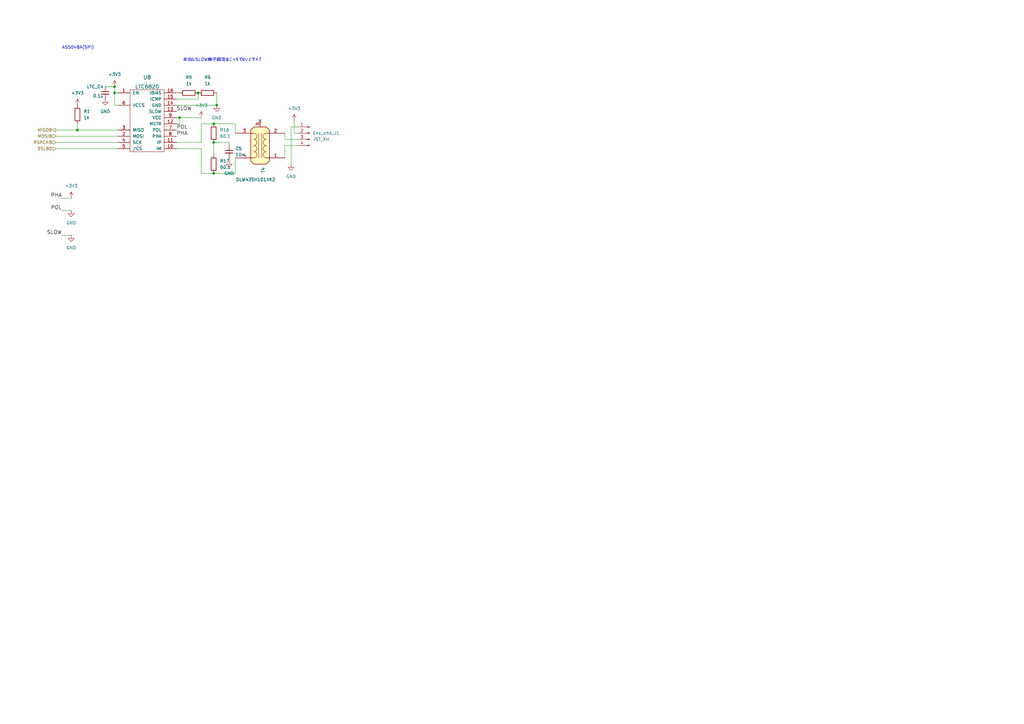
<source format=kicad_sch>
(kicad_sch (version 20211123) (generator eeschema)

  (uuid 17f75ea9-40e4-4cb0-9d85-b41cc429235a)

  (paper "A3")

  (title_block
    (title "TCB(TKG Control Board)")
    (date "2024-01-29")
    (rev "4.1")
    (company "TKG")
    (comment 1 "v2.0 単相エンコーダを削除、2相エンコーダIFを2個追加")
    (comment 2 "v4.0 2023用改訂")
  )

  (lib_symbols
    (symbol "Connector:Conn_01x04_Male" (pin_names (offset 1.016) hide) (in_bom yes) (on_board yes)
      (property "Reference" "J" (id 0) (at 0 5.08 0)
        (effects (font (size 1.27 1.27)))
      )
      (property "Value" "Conn_01x04_Male" (id 1) (at 0 -7.62 0)
        (effects (font (size 1.27 1.27)))
      )
      (property "Footprint" "" (id 2) (at 0 0 0)
        (effects (font (size 1.27 1.27)) hide)
      )
      (property "Datasheet" "~" (id 3) (at 0 0 0)
        (effects (font (size 1.27 1.27)) hide)
      )
      (property "ki_keywords" "connector" (id 4) (at 0 0 0)
        (effects (font (size 1.27 1.27)) hide)
      )
      (property "ki_description" "Generic connector, single row, 01x04, script generated (kicad-library-utils/schlib/autogen/connector/)" (id 5) (at 0 0 0)
        (effects (font (size 1.27 1.27)) hide)
      )
      (property "ki_fp_filters" "Connector*:*_1x??_*" (id 6) (at 0 0 0)
        (effects (font (size 1.27 1.27)) hide)
      )
      (symbol "Conn_01x04_Male_1_1"
        (polyline
          (pts
            (xy 1.27 -5.08)
            (xy 0.8636 -5.08)
          )
          (stroke (width 0.1524) (type default) (color 0 0 0 0))
          (fill (type none))
        )
        (polyline
          (pts
            (xy 1.27 -2.54)
            (xy 0.8636 -2.54)
          )
          (stroke (width 0.1524) (type default) (color 0 0 0 0))
          (fill (type none))
        )
        (polyline
          (pts
            (xy 1.27 0)
            (xy 0.8636 0)
          )
          (stroke (width 0.1524) (type default) (color 0 0 0 0))
          (fill (type none))
        )
        (polyline
          (pts
            (xy 1.27 2.54)
            (xy 0.8636 2.54)
          )
          (stroke (width 0.1524) (type default) (color 0 0 0 0))
          (fill (type none))
        )
        (rectangle (start 0.8636 -4.953) (end 0 -5.207)
          (stroke (width 0.1524) (type default) (color 0 0 0 0))
          (fill (type outline))
        )
        (rectangle (start 0.8636 -2.413) (end 0 -2.667)
          (stroke (width 0.1524) (type default) (color 0 0 0 0))
          (fill (type outline))
        )
        (rectangle (start 0.8636 0.127) (end 0 -0.127)
          (stroke (width 0.1524) (type default) (color 0 0 0 0))
          (fill (type outline))
        )
        (rectangle (start 0.8636 2.667) (end 0 2.413)
          (stroke (width 0.1524) (type default) (color 0 0 0 0))
          (fill (type outline))
        )
        (pin passive line (at 5.08 2.54 180) (length 3.81)
          (name "Pin_1" (effects (font (size 1.27 1.27))))
          (number "1" (effects (font (size 1.27 1.27))))
        )
        (pin passive line (at 5.08 0 180) (length 3.81)
          (name "Pin_2" (effects (font (size 1.27 1.27))))
          (number "2" (effects (font (size 1.27 1.27))))
        )
        (pin passive line (at 5.08 -2.54 180) (length 3.81)
          (name "Pin_3" (effects (font (size 1.27 1.27))))
          (number "3" (effects (font (size 1.27 1.27))))
        )
        (pin passive line (at 5.08 -5.08 180) (length 3.81)
          (name "Pin_4" (effects (font (size 1.27 1.27))))
          (number "4" (effects (font (size 1.27 1.27))))
        )
      )
    )
    (symbol "Device:C_Small" (pin_numbers hide) (pin_names (offset 0.254) hide) (in_bom yes) (on_board yes)
      (property "Reference" "C" (id 0) (at 0.254 1.778 0)
        (effects (font (size 1.27 1.27)) (justify left))
      )
      (property "Value" "C_Small" (id 1) (at 0.254 -2.032 0)
        (effects (font (size 1.27 1.27)) (justify left))
      )
      (property "Footprint" "" (id 2) (at 0 0 0)
        (effects (font (size 1.27 1.27)) hide)
      )
      (property "Datasheet" "~" (id 3) (at 0 0 0)
        (effects (font (size 1.27 1.27)) hide)
      )
      (property "ki_keywords" "capacitor cap" (id 4) (at 0 0 0)
        (effects (font (size 1.27 1.27)) hide)
      )
      (property "ki_description" "Unpolarized capacitor, small symbol" (id 5) (at 0 0 0)
        (effects (font (size 1.27 1.27)) hide)
      )
      (property "ki_fp_filters" "C_*" (id 6) (at 0 0 0)
        (effects (font (size 1.27 1.27)) hide)
      )
      (symbol "C_Small_0_1"
        (polyline
          (pts
            (xy -1.524 -0.508)
            (xy 1.524 -0.508)
          )
          (stroke (width 0.3302) (type default) (color 0 0 0 0))
          (fill (type none))
        )
        (polyline
          (pts
            (xy -1.524 0.508)
            (xy 1.524 0.508)
          )
          (stroke (width 0.3048) (type default) (color 0 0 0 0))
          (fill (type none))
        )
      )
      (symbol "C_Small_1_1"
        (pin passive line (at 0 2.54 270) (length 2.032)
          (name "~" (effects (font (size 1.27 1.27))))
          (number "1" (effects (font (size 1.27 1.27))))
        )
        (pin passive line (at 0 -2.54 90) (length 2.032)
          (name "~" (effects (font (size 1.27 1.27))))
          (number "2" (effects (font (size 1.27 1.27))))
        )
      )
    )
    (symbol "Device:R" (pin_numbers hide) (pin_names (offset 0)) (in_bom yes) (on_board yes)
      (property "Reference" "R" (id 0) (at 2.032 0 90)
        (effects (font (size 1.27 1.27)))
      )
      (property "Value" "R" (id 1) (at 0 0 90)
        (effects (font (size 1.27 1.27)))
      )
      (property "Footprint" "" (id 2) (at -1.778 0 90)
        (effects (font (size 1.27 1.27)) hide)
      )
      (property "Datasheet" "~" (id 3) (at 0 0 0)
        (effects (font (size 1.27 1.27)) hide)
      )
      (property "ki_keywords" "R res resistor" (id 4) (at 0 0 0)
        (effects (font (size 1.27 1.27)) hide)
      )
      (property "ki_description" "Resistor" (id 5) (at 0 0 0)
        (effects (font (size 1.27 1.27)) hide)
      )
      (property "ki_fp_filters" "R_*" (id 6) (at 0 0 0)
        (effects (font (size 1.27 1.27)) hide)
      )
      (symbol "R_0_1"
        (rectangle (start -1.016 -2.54) (end 1.016 2.54)
          (stroke (width 0.254) (type default) (color 0 0 0 0))
          (fill (type none))
        )
      )
      (symbol "R_1_1"
        (pin passive line (at 0 3.81 270) (length 1.27)
          (name "~" (effects (font (size 1.27 1.27))))
          (number "1" (effects (font (size 1.27 1.27))))
        )
        (pin passive line (at 0 -3.81 90) (length 1.27)
          (name "~" (effects (font (size 1.27 1.27))))
          (number "2" (effects (font (size 1.27 1.27))))
        )
      )
    )
    (symbol "Device:Transformer_Audio" (pin_names (offset 1.016) hide) (in_bom yes) (on_board yes)
      (property "Reference" "T" (id 0) (at 0 11.684 0)
        (effects (font (size 1.27 1.27)))
      )
      (property "Value" "Transformer_Audio" (id 1) (at 0.254 9.398 0)
        (effects (font (size 1.27 1.27)))
      )
      (property "Footprint" "" (id 2) (at 0 0 0)
        (effects (font (size 1.27 1.27)) hide)
      )
      (property "Datasheet" "~" (id 3) (at 0 0 0)
        (effects (font (size 1.27 1.27)) hide)
      )
      (property "ki_keywords" "transformer coil magnet sound" (id 4) (at 0 0 0)
        (effects (font (size 1.27 1.27)) hide)
      )
      (property "ki_description" "Audio transformer" (id 5) (at 0 0 0)
        (effects (font (size 1.27 1.27)) hide)
      )
      (symbol "Transformer_Audio_0_1"
        (arc (start -2.54 -5.0546) (mid -1.6599 -4.6901) (end -1.27 -3.81)
          (stroke (width 0) (type default) (color 0 0 0 0))
          (fill (type none))
        )
        (arc (start -2.54 -2.5146) (mid -1.6599 -2.1501) (end -1.27 -1.27)
          (stroke (width 0) (type default) (color 0 0 0 0))
          (fill (type none))
        )
        (arc (start -2.54 0.0254) (mid -1.6599 0.3899) (end -1.27 1.27)
          (stroke (width 0) (type default) (color 0 0 0 0))
          (fill (type none))
        )
        (arc (start -2.54 2.5654) (mid -1.6599 2.9299) (end -1.27 3.81)
          (stroke (width 0) (type default) (color 0 0 0 0))
          (fill (type none))
        )
        (arc (start -1.27 -3.81) (mid -1.642 -2.912) (end -2.54 -2.54)
          (stroke (width 0) (type default) (color 0 0 0 0))
          (fill (type none))
        )
        (arc (start -1.27 -1.27) (mid -1.642 -0.372) (end -2.54 0)
          (stroke (width 0) (type default) (color 0 0 0 0))
          (fill (type none))
        )
        (arc (start -1.27 1.27) (mid -1.642 2.168) (end -2.54 2.54)
          (stroke (width 0) (type default) (color 0 0 0 0))
          (fill (type none))
        )
        (arc (start -1.27 3.81) (mid -1.642 4.708) (end -2.54 5.08)
          (stroke (width 0) (type default) (color 0 0 0 0))
          (fill (type none))
        )
        (polyline
          (pts
            (xy -0.635 5.08)
            (xy -0.635 -5.08)
          )
          (stroke (width 0) (type default) (color 0 0 0 0))
          (fill (type none))
        )
        (polyline
          (pts
            (xy 0.635 -5.08)
            (xy 0.635 5.08)
          )
          (stroke (width 0) (type default) (color 0 0 0 0))
          (fill (type none))
        )
        (polyline
          (pts
            (xy -3.81 6.35)
            (xy -2.54 7.62)
            (xy 2.54 7.62)
            (xy 3.81 6.35)
            (xy 3.81 -6.35)
            (xy 2.54 -7.62)
            (xy -2.54 -7.62)
            (xy -3.81 -6.35)
            (xy -3.81 6.35)
          )
          (stroke (width 0.254) (type default) (color 0 0 0 0))
          (fill (type background))
        )
        (arc (start 1.2954 -1.27) (mid 1.6599 -2.1501) (end 2.54 -2.5146)
          (stroke (width 0) (type default) (color 0 0 0 0))
          (fill (type none))
        )
        (arc (start 1.2954 1.27) (mid 1.6599 0.3899) (end 2.54 0.0254)
          (stroke (width 0) (type default) (color 0 0 0 0))
          (fill (type none))
        )
        (arc (start 1.2954 3.81) (mid 1.6599 2.9299) (end 2.54 2.5654)
          (stroke (width 0) (type default) (color 0 0 0 0))
          (fill (type none))
        )
        (arc (start 1.3208 -3.81) (mid 1.6853 -4.6901) (end 2.5654 -5.0546)
          (stroke (width 0) (type default) (color 0 0 0 0))
          (fill (type none))
        )
        (arc (start 2.54 0) (mid 1.642 -0.372) (end 1.2954 -1.27)
          (stroke (width 0) (type default) (color 0 0 0 0))
          (fill (type none))
        )
        (arc (start 2.54 2.54) (mid 1.642 2.168) (end 1.2954 1.27)
          (stroke (width 0) (type default) (color 0 0 0 0))
          (fill (type none))
        )
        (arc (start 2.54 5.08) (mid 1.642 4.708) (end 1.2954 3.81)
          (stroke (width 0) (type default) (color 0 0 0 0))
          (fill (type none))
        )
        (arc (start 2.5654 -2.54) (mid 1.6674 -2.912) (end 1.3208 -3.81)
          (stroke (width 0) (type default) (color 0 0 0 0))
          (fill (type none))
        )
      )
      (symbol "Transformer_Audio_1_1"
        (pin input line (at 0 -10.16 90) (length 2.54)
          (name "~" (effects (font (size 1.27 1.27))))
          (number "0" (effects (font (size 1.27 1.27))))
        )
        (pin passive line (at -10.16 5.08 0) (length 7.62)
          (name "AA" (effects (font (size 1.27 1.27))))
          (number "1" (effects (font (size 1.27 1.27))))
        )
        (pin passive line (at -10.16 -5.08 0) (length 7.62)
          (name "AB" (effects (font (size 1.27 1.27))))
          (number "2" (effects (font (size 1.27 1.27))))
        )
        (pin passive line (at 10.16 -5.08 180) (length 7.62)
          (name "SA" (effects (font (size 1.27 1.27))))
          (number "3" (effects (font (size 1.27 1.27))))
        )
        (pin passive line (at 10.16 5.08 180) (length 7.62)
          (name "SB" (effects (font (size 1.27 1.27))))
          (number "4" (effects (font (size 1.27 1.27))))
        )
      )
    )
    (symbol "power:+3V3" (power) (pin_names (offset 0)) (in_bom yes) (on_board yes)
      (property "Reference" "#PWR" (id 0) (at 0 -3.81 0)
        (effects (font (size 1.27 1.27)) hide)
      )
      (property "Value" "+3V3" (id 1) (at 0 3.556 0)
        (effects (font (size 1.27 1.27)))
      )
      (property "Footprint" "" (id 2) (at 0 0 0)
        (effects (font (size 1.27 1.27)) hide)
      )
      (property "Datasheet" "" (id 3) (at 0 0 0)
        (effects (font (size 1.27 1.27)) hide)
      )
      (property "ki_keywords" "power-flag" (id 4) (at 0 0 0)
        (effects (font (size 1.27 1.27)) hide)
      )
      (property "ki_description" "Power symbol creates a global label with name \"+3V3\"" (id 5) (at 0 0 0)
        (effects (font (size 1.27 1.27)) hide)
      )
      (symbol "+3V3_0_1"
        (polyline
          (pts
            (xy -0.762 1.27)
            (xy 0 2.54)
          )
          (stroke (width 0) (type default) (color 0 0 0 0))
          (fill (type none))
        )
        (polyline
          (pts
            (xy 0 0)
            (xy 0 2.54)
          )
          (stroke (width 0) (type default) (color 0 0 0 0))
          (fill (type none))
        )
        (polyline
          (pts
            (xy 0 2.54)
            (xy 0.762 1.27)
          )
          (stroke (width 0) (type default) (color 0 0 0 0))
          (fill (type none))
        )
      )
      (symbol "+3V3_1_1"
        (pin power_in line (at 0 0 90) (length 0) hide
          (name "+3V3" (effects (font (size 1.27 1.27))))
          (number "1" (effects (font (size 1.27 1.27))))
        )
      )
    )
    (symbol "power:GND" (power) (pin_names (offset 0)) (in_bom yes) (on_board yes)
      (property "Reference" "#PWR" (id 0) (at 0 -6.35 0)
        (effects (font (size 1.27 1.27)) hide)
      )
      (property "Value" "GND" (id 1) (at 0 -3.81 0)
        (effects (font (size 1.27 1.27)))
      )
      (property "Footprint" "" (id 2) (at 0 0 0)
        (effects (font (size 1.27 1.27)) hide)
      )
      (property "Datasheet" "" (id 3) (at 0 0 0)
        (effects (font (size 1.27 1.27)) hide)
      )
      (property "ki_keywords" "power-flag" (id 4) (at 0 0 0)
        (effects (font (size 1.27 1.27)) hide)
      )
      (property "ki_description" "Power symbol creates a global label with name \"GND\" , ground" (id 5) (at 0 0 0)
        (effects (font (size 1.27 1.27)) hide)
      )
      (symbol "GND_0_1"
        (polyline
          (pts
            (xy 0 0)
            (xy 0 -1.27)
            (xy 1.27 -1.27)
            (xy 0 -2.54)
            (xy -1.27 -1.27)
            (xy 0 -1.27)
          )
          (stroke (width 0) (type default) (color 0 0 0 0))
          (fill (type none))
        )
      )
      (symbol "GND_1_1"
        (pin power_in line (at 0 0 270) (length 0) hide
          (name "GND" (effects (font (size 1.27 1.27))))
          (number "1" (effects (font (size 1.27 1.27))))
        )
      )
    )
    (symbol "x_mylib:LTC6820" (pin_names (offset 1.016)) (in_bom yes) (on_board yes)
      (property "Reference" "U" (id 0) (at 5.08 -13.97 0)
        (effects (font (size 1.524 1.524)))
      )
      (property "Value" "LTC6820" (id 1) (at -1.27 16.51 0)
        (effects (font (size 1.524 1.524)))
      )
      (property "Footprint" "" (id 2) (at 0 0 0)
        (effects (font (size 1.524 1.524)) hide)
      )
      (property "Datasheet" "" (id 3) (at 0 0 0)
        (effects (font (size 1.524 1.524)) hide)
      )
      (symbol "LTC6820_0_1"
        (rectangle (start -7.62 13.97) (end 6.35 -11.43)
          (stroke (width 0) (type default) (color 0 0 0 0))
          (fill (type none))
        )
      )
      (symbol "LTC6820_1_1"
        (pin passive line (at -12.7 12.7 0) (length 5.08)
          (name "EN" (effects (font (size 1.27 1.27))))
          (number "1" (effects (font (size 1.27 1.27))))
        )
        (pin passive line (at 11.43 -10.16 180) (length 5.08)
          (name "IM" (effects (font (size 1.27 1.27))))
          (number "10" (effects (font (size 1.27 1.27))))
        )
        (pin passive line (at 11.43 -7.62 180) (length 5.08)
          (name "IP" (effects (font (size 1.27 1.27))))
          (number "11" (effects (font (size 1.27 1.27))))
        )
        (pin passive line (at 11.43 0 180) (length 5.08)
          (name "MSTR" (effects (font (size 1.27 1.27))))
          (number "12" (effects (font (size 1.27 1.27))))
        )
        (pin passive line (at 11.43 5.08 180) (length 5.08)
          (name "SLOW" (effects (font (size 1.27 1.27))))
          (number "13" (effects (font (size 1.27 1.27))))
        )
        (pin passive line (at 11.43 7.62 180) (length 5.08)
          (name "GND" (effects (font (size 1.27 1.27))))
          (number "14" (effects (font (size 1.27 1.27))))
        )
        (pin passive line (at 11.43 10.16 180) (length 5.08)
          (name "ICMP" (effects (font (size 1.27 1.27))))
          (number "15" (effects (font (size 1.27 1.27))))
        )
        (pin passive line (at 11.43 12.7 180) (length 5.08)
          (name "IBIAS" (effects (font (size 1.27 1.27))))
          (number "16" (effects (font (size 1.27 1.27))))
        )
        (pin passive line (at -12.7 -5.08 0) (length 5.08)
          (name "MOSI" (effects (font (size 1.27 1.27))))
          (number "2" (effects (font (size 1.27 1.27))))
        )
        (pin passive line (at -12.7 -2.54 0) (length 5.08)
          (name "MISO" (effects (font (size 1.27 1.27))))
          (number "3" (effects (font (size 1.27 1.27))))
        )
        (pin passive line (at -12.7 -7.62 0) (length 5.08)
          (name "SCK" (effects (font (size 1.27 1.27))))
          (number "4" (effects (font (size 1.27 1.27))))
        )
        (pin passive line (at -12.7 -10.16 0) (length 5.08)
          (name "/CS" (effects (font (size 1.27 1.27))))
          (number "5" (effects (font (size 1.27 1.27))))
        )
        (pin passive line (at -12.7 7.62 0) (length 5.08)
          (name "VCCS" (effects (font (size 1.27 1.27))))
          (number "6" (effects (font (size 1.27 1.27))))
        )
        (pin passive line (at 11.43 -2.54 180) (length 5.08)
          (name "POL" (effects (font (size 1.27 1.27))))
          (number "7" (effects (font (size 1.27 1.27))))
        )
        (pin passive line (at 11.43 -5.08 180) (length 5.08)
          (name "PHA" (effects (font (size 1.27 1.27))))
          (number "8" (effects (font (size 1.27 1.27))))
        )
        (pin passive line (at 11.43 2.54 180) (length 5.08)
          (name "VCC" (effects (font (size 1.27 1.27))))
          (number "9" (effects (font (size 1.27 1.27))))
        )
      )
    )
  )

  (junction (at 87.63 50.8) (diameter 0) (color 0 0 0 0)
    (uuid 14ae50f0-ac02-44b1-b91f-f3ce5fc0607c)
  )
  (junction (at 31.75 53.34) (diameter 0) (color 0 0 0 0)
    (uuid 3e1fe4c0-8ba6-4b22-9346-778703c0a6a8)
  )
  (junction (at 88.9 43.18) (diameter 0) (color 0 0 0 0)
    (uuid 4fa4741c-6761-4f61-97e9-f4d3959d7a81)
  )
  (junction (at 87.63 58.42) (diameter 0) (color 0 0 0 0)
    (uuid 6a213461-ad28-4a35-a392-8855979ceb5a)
  )
  (junction (at 81.28 38.1) (diameter 0) (color 0 0 0 0)
    (uuid 82f81440-aa29-42ad-bec4-bdeccfaf9ac1)
  )
  (junction (at 87.63 71.12) (diameter 0) (color 0 0 0 0)
    (uuid 95f77e08-cfe4-47dd-8f64-124ec9ab67ee)
  )
  (junction (at 46.99 35.56) (diameter 0) (color 0 0 0 0)
    (uuid d4d1a7eb-4177-429d-a128-23391a6dd274)
  )
  (junction (at 46.99 38.1) (diameter 0) (color 0 0 0 0)
    (uuid d9a2ccf3-192f-41d3-ac0b-cab024835b9b)
  )
  (junction (at 73.66 48.26) (diameter 0) (color 0 0 0 0)
    (uuid f6e299ca-ca6e-4544-8bfd-eee04f7407bf)
  )

  (no_connect (at 106.68 49.53) (uuid e22bd34d-e49f-4d87-9314-e8c7f88472eb))

  (wire (pts (xy 116.84 64.77) (xy 116.84 59.69))
    (stroke (width 0) (type default) (color 0 0 0 0))
    (uuid 01d87997-386a-45c2-a610-977ceff02031)
  )
  (wire (pts (xy 22.86 55.88) (xy 48.26 55.88))
    (stroke (width 0) (type default) (color 0 0 0 0))
    (uuid 05845e6a-8f6c-477d-9218-cc27f847ccd4)
  )
  (wire (pts (xy 72.39 40.64) (xy 81.28 40.64))
    (stroke (width 0) (type default) (color 0 0 0 0))
    (uuid 0e767aa9-f703-471d-9083-1c6006e5cabd)
  )
  (wire (pts (xy 22.86 53.34) (xy 31.75 53.34))
    (stroke (width 0) (type default) (color 0 0 0 0))
    (uuid 1445b59f-7a37-44de-94a6-85b034d645a8)
  )
  (wire (pts (xy 82.55 58.42) (xy 82.55 50.8))
    (stroke (width 0) (type default) (color 0 0 0 0))
    (uuid 176e468c-4cda-418c-bd93-54cc1b663eae)
  )
  (wire (pts (xy 46.99 43.18) (xy 48.26 43.18))
    (stroke (width 0) (type default) (color 0 0 0 0))
    (uuid 267fbda5-87de-44ea-98c8-45f932c3c257)
  )
  (wire (pts (xy 22.86 58.42) (xy 48.26 58.42))
    (stroke (width 0) (type default) (color 0 0 0 0))
    (uuid 286575f2-f686-4b26-829d-56affa326ade)
  )
  (wire (pts (xy 119.38 67.31) (xy 119.38 52.07))
    (stroke (width 0) (type default) (color 0 0 0 0))
    (uuid 3358b0c8-e711-484d-b519-694dcb4e73ac)
  )
  (wire (pts (xy 25.4 81.28) (xy 29.21 81.28))
    (stroke (width 0) (type default) (color 0 0 0 0))
    (uuid 3524bf23-6e5c-4159-a39e-2bc4d4dc1bcd)
  )
  (wire (pts (xy 73.66 48.26) (xy 82.55 48.26))
    (stroke (width 0) (type default) (color 0 0 0 0))
    (uuid 37592355-d93e-4447-a1a7-e4f04ad849ae)
  )
  (wire (pts (xy 46.99 35.56) (xy 46.99 38.1))
    (stroke (width 0) (type default) (color 0 0 0 0))
    (uuid 3c60af33-e1ff-40fe-bb01-4011551008f8)
  )
  (wire (pts (xy 87.63 71.12) (xy 96.52 71.12))
    (stroke (width 0) (type default) (color 0 0 0 0))
    (uuid 3d53871b-0127-456d-8031-b385a7a7df13)
  )
  (wire (pts (xy 25.4 96.52) (xy 29.21 96.52))
    (stroke (width 0) (type default) (color 0 0 0 0))
    (uuid 4b81b32c-03ba-4ba8-a0bc-29efd1ae6df1)
  )
  (wire (pts (xy 96.52 64.77) (xy 96.52 71.12))
    (stroke (width 0) (type default) (color 0 0 0 0))
    (uuid 4e01c1e4-1c88-42b6-9112-74611461e35b)
  )
  (wire (pts (xy 82.55 71.12) (xy 87.63 71.12))
    (stroke (width 0) (type default) (color 0 0 0 0))
    (uuid 56588c91-e3ca-4ae8-b9a3-701131d977da)
  )
  (wire (pts (xy 72.39 48.26) (xy 73.66 48.26))
    (stroke (width 0) (type default) (color 0 0 0 0))
    (uuid 614d54c0-5c87-4d64-93f8-4ca40244b687)
  )
  (wire (pts (xy 31.75 50.8) (xy 31.75 53.34))
    (stroke (width 0) (type default) (color 0 0 0 0))
    (uuid 6950f25f-6be8-4a8e-9d7a-90c87a4e9ff6)
  )
  (wire (pts (xy 120.65 54.61) (xy 121.92 54.61))
    (stroke (width 0) (type default) (color 0 0 0 0))
    (uuid 74838567-6559-43a8-bf3e-cda8adedb7ca)
  )
  (wire (pts (xy 120.65 49.53) (xy 120.65 54.61))
    (stroke (width 0) (type default) (color 0 0 0 0))
    (uuid 7c329e02-e112-4ad9-bd39-5496ad1a8308)
  )
  (wire (pts (xy 116.84 57.15) (xy 116.84 54.61))
    (stroke (width 0) (type default) (color 0 0 0 0))
    (uuid 7cc86945-8403-4a50-bacf-f23c0e596442)
  )
  (wire (pts (xy 93.98 64.77) (xy 93.98 66.04))
    (stroke (width 0) (type default) (color 0 0 0 0))
    (uuid 7f291c95-ba3c-4760-bbf5-66aad54630c1)
  )
  (wire (pts (xy 72.39 43.18) (xy 88.9 43.18))
    (stroke (width 0) (type default) (color 0 0 0 0))
    (uuid 8292f6ad-bc28-4bee-969d-f82c8ece81b4)
  )
  (wire (pts (xy 31.75 53.34) (xy 48.26 53.34))
    (stroke (width 0) (type default) (color 0 0 0 0))
    (uuid 86ef616c-d6d2-4f1f-bd69-35237fa4da0a)
  )
  (wire (pts (xy 46.99 38.1) (xy 46.99 43.18))
    (stroke (width 0) (type default) (color 0 0 0 0))
    (uuid 89fb6404-0b82-4081-97f0-9eea7c00d9c2)
  )
  (wire (pts (xy 87.63 58.42) (xy 87.63 63.5))
    (stroke (width 0) (type default) (color 0 0 0 0))
    (uuid 8eef163c-de08-4bf8-b571-e602077a7249)
  )
  (wire (pts (xy 22.86 60.96) (xy 48.26 60.96))
    (stroke (width 0) (type default) (color 0 0 0 0))
    (uuid 90227ee4-1b3d-406b-a99f-ddb90d9c6bee)
  )
  (wire (pts (xy 116.84 59.69) (xy 121.92 59.69))
    (stroke (width 0) (type default) (color 0 0 0 0))
    (uuid 9c04189e-88e4-450d-ad6e-e780f61565c2)
  )
  (wire (pts (xy 87.63 50.8) (xy 96.52 50.8))
    (stroke (width 0) (type default) (color 0 0 0 0))
    (uuid 9daddeaa-fa0e-4f01-af66-cb261a2d8626)
  )
  (wire (pts (xy 72.39 60.96) (xy 82.55 60.96))
    (stroke (width 0) (type default) (color 0 0 0 0))
    (uuid a05682db-b7d6-4be1-aa2d-5daae816c0e3)
  )
  (wire (pts (xy 73.66 50.8) (xy 72.39 50.8))
    (stroke (width 0) (type default) (color 0 0 0 0))
    (uuid ad6427b2-df9f-4d0f-80ff-a4ae41ea463c)
  )
  (wire (pts (xy 72.39 38.1) (xy 73.66 38.1))
    (stroke (width 0) (type default) (color 0 0 0 0))
    (uuid b73de16b-f8a9-4c6b-8a41-5456a1e0efef)
  )
  (wire (pts (xy 119.38 52.07) (xy 121.92 52.07))
    (stroke (width 0) (type default) (color 0 0 0 0))
    (uuid bff7c21f-55cf-47bb-9fb9-d36e86815353)
  )
  (wire (pts (xy 25.4 86.36) (xy 29.21 86.36))
    (stroke (width 0) (type default) (color 0 0 0 0))
    (uuid c41247c4-b1c5-4497-8dcf-a68766e46996)
  )
  (wire (pts (xy 121.92 57.15) (xy 116.84 57.15))
    (stroke (width 0) (type default) (color 0 0 0 0))
    (uuid c80d7768-364a-4c9f-b72a-729ced3ee7ba)
  )
  (wire (pts (xy 82.55 50.8) (xy 87.63 50.8))
    (stroke (width 0) (type default) (color 0 0 0 0))
    (uuid c878386c-6e7b-49b7-91f7-64275452dce5)
  )
  (wire (pts (xy 46.99 35.56) (xy 43.18 35.56))
    (stroke (width 0) (type default) (color 0 0 0 0))
    (uuid c8f1ed54-7b15-4c75-89a4-7798fe24d9c3)
  )
  (wire (pts (xy 81.28 40.64) (xy 81.28 38.1))
    (stroke (width 0) (type default) (color 0 0 0 0))
    (uuid c94154f6-2a7c-47a2-9666-0dda61b8478b)
  )
  (wire (pts (xy 72.39 58.42) (xy 82.55 58.42))
    (stroke (width 0) (type default) (color 0 0 0 0))
    (uuid d9d08cb1-bdab-4fcf-b612-222d3dfb1115)
  )
  (wire (pts (xy 88.9 43.18) (xy 88.9 38.1))
    (stroke (width 0) (type default) (color 0 0 0 0))
    (uuid de9089de-6c60-4b0e-ae0b-27a7fcf1a4a0)
  )
  (wire (pts (xy 96.52 50.8) (xy 96.52 54.61))
    (stroke (width 0) (type default) (color 0 0 0 0))
    (uuid e4224b68-96fc-48a4-8fbc-e06d1f2feeec)
  )
  (wire (pts (xy 73.66 48.26) (xy 73.66 50.8))
    (stroke (width 0) (type default) (color 0 0 0 0))
    (uuid e4c0b676-e47e-4b2c-bde8-1780917685fa)
  )
  (wire (pts (xy 87.63 58.42) (xy 93.98 58.42))
    (stroke (width 0) (type default) (color 0 0 0 0))
    (uuid e4cb8312-b40b-433a-a74b-89a3bfdef7e9)
  )
  (wire (pts (xy 82.55 60.96) (xy 82.55 71.12))
    (stroke (width 0) (type default) (color 0 0 0 0))
    (uuid e6524cf8-c8db-4667-952b-3413fb22ea0d)
  )
  (wire (pts (xy 46.99 38.1) (xy 48.26 38.1))
    (stroke (width 0) (type default) (color 0 0 0 0))
    (uuid ee7586ef-1315-4891-8916-11a932097def)
  )
  (wire (pts (xy 93.98 59.69) (xy 93.98 58.42))
    (stroke (width 0) (type default) (color 0 0 0 0))
    (uuid f0607ee8-3d23-4bc1-aba1-1edee6ab19eb)
  )

  (text "AS5048A(SPI)" (at 25.4 20.32 0)
    (effects (font (size 1.27 1.27)) (justify left bottom))
    (uuid 8d12a1ed-abf9-4d20-ad0a-8b6052474ab6)
  )
  (text "本当にSLOW端子設定はこっちでないとダメ？" (at 74.93 25.4 0)
    (effects (font (size 1.27 1.27)) (justify left bottom))
    (uuid 9cd219fb-8aac-4ac1-8041-f818cf92d64b)
  )

  (label "SLOW" (at 72.39 45.72 0)
    (effects (font (size 1.524 1.524)) (justify left bottom))
    (uuid 0300ba17-4f2f-4ef4-99af-cc4f71429f66)
  )
  (label "POL" (at 25.4 86.36 180)
    (effects (font (size 1.524 1.524)) (justify right bottom))
    (uuid 05447300-2cae-47d0-9e52-115f355a256a)
  )
  (label "SLOW" (at 25.4 96.52 180)
    (effects (font (size 1.524 1.524)) (justify right bottom))
    (uuid 2dcc7435-e751-4e16-8fe7-00685d47da2b)
  )
  (label "POL" (at 72.39 53.34 0)
    (effects (font (size 1.524 1.524)) (justify left bottom))
    (uuid 98a64ff4-4ec6-48a3-a279-739c9ea08c7e)
  )
  (label "PHA" (at 25.4 81.28 180)
    (effects (font (size 1.524 1.524)) (justify right bottom))
    (uuid c43fac0e-9a60-4820-b049-b276b2e73e56)
  )
  (label "PHA" (at 72.39 55.88 0)
    (effects (font (size 1.524 1.524)) (justify left bottom))
    (uuid d00e8c7b-0903-48f6-ab7f-579efbe0c1ed)
  )

  (hierarchical_label "SSLB0" (shape input) (at 22.86 60.96 180)
    (effects (font (size 1.27 1.27)) (justify right))
    (uuid 222a75de-60dd-4739-9c64-bea6a5f6d5eb)
  )
  (hierarchical_label "RSPCKB" (shape input) (at 22.86 58.42 180)
    (effects (font (size 1.27 1.27)) (justify right))
    (uuid 91e32cc3-4b17-4a0f-84b2-d1e85c47ba7f)
  )
  (hierarchical_label "MISOB" (shape output) (at 22.86 53.34 180)
    (effects (font (size 1.27 1.27)) (justify right))
    (uuid 9366997b-6d3c-4d08-a1a5-90b144bad31a)
  )
  (hierarchical_label "MOSIB" (shape input) (at 22.86 55.88 180)
    (effects (font (size 1.27 1.27)) (justify right))
    (uuid b23f5286-fa6f-4790-b24c-91fe58b5c09b)
  )

  (symbol (lib_id "power:+3V3") (at 120.65 49.53 0) (unit 1)
    (in_bom yes) (on_board yes) (fields_autoplaced)
    (uuid 13af7a31-81ed-42e6-ae60-9c2754c1997e)
    (property "Reference" "#PWR0121" (id 0) (at 120.65 53.34 0)
      (effects (font (size 1.27 1.27)) hide)
    )
    (property "Value" "+3V3" (id 1) (at 120.65 44.45 0))
    (property "Footprint" "" (id 2) (at 120.65 49.53 0)
      (effects (font (size 1.27 1.27)) hide)
    )
    (property "Datasheet" "" (id 3) (at 120.65 49.53 0)
      (effects (font (size 1.27 1.27)) hide)
    )
    (pin "1" (uuid 2cf74c53-e17c-4bcd-9908-eea20350e6b5))
  )

  (symbol (lib_id "power:+3V3") (at 46.99 35.56 0) (unit 1)
    (in_bom yes) (on_board yes) (fields_autoplaced)
    (uuid 235e62f3-3885-4333-ac30-6ff04a457bd2)
    (property "Reference" "#PWR0130" (id 0) (at 46.99 39.37 0)
      (effects (font (size 1.27 1.27)) hide)
    )
    (property "Value" "+3V3" (id 1) (at 46.99 30.48 0))
    (property "Footprint" "" (id 2) (at 46.99 35.56 0)
      (effects (font (size 1.27 1.27)) hide)
    )
    (property "Datasheet" "" (id 3) (at 46.99 35.56 0)
      (effects (font (size 1.27 1.27)) hide)
    )
    (pin "1" (uuid 3149fd4d-8767-4476-8e0c-7cbe574bad0e))
  )

  (symbol (lib_id "Connector:Conn_01x04_Male") (at 127 54.61 0) (mirror y) (unit 1)
    (in_bom yes) (on_board yes) (fields_autoplaced)
    (uuid 53a1d833-dcea-4fdd-b1c7-bec188447adb)
    (property "Reference" "Enc_chA_J1" (id 0) (at 128.27 54.6099 0)
      (effects (font (size 1.27 1.27)) (justify right))
    )
    (property "Value" "JST_XH" (id 1) (at 128.27 57.1499 0)
      (effects (font (size 1.27 1.27)) (justify right))
    )
    (property "Footprint" "Connector_JST:JST_XH_B4B-XH-A_1x04_P2.50mm_Vertical" (id 2) (at 127 54.61 0)
      (effects (font (size 1.27 1.27)) hide)
    )
    (property "Datasheet" "~" (id 3) (at 127 54.61 0)
      (effects (font (size 1.27 1.27)) hide)
    )
    (pin "1" (uuid 447af499-2047-4ae3-826d-c75b786a4a35))
    (pin "2" (uuid b2e0cd67-8a06-442b-b2b8-aefcb3b235d6))
    (pin "3" (uuid 5efdd4d6-48d3-46f4-929c-ca6f52de0d0d))
    (pin "4" (uuid 2378472b-e31e-47c4-ae8c-43efc1f4ffaa))
  )

  (symbol (lib_id "power:GND") (at 88.9 43.18 0) (unit 1)
    (in_bom yes) (on_board yes) (fields_autoplaced)
    (uuid 56314445-fd4e-4ef9-a351-0756a65f87ab)
    (property "Reference" "#PWR0101" (id 0) (at 88.9 49.53 0)
      (effects (font (size 1.27 1.27)) hide)
    )
    (property "Value" "GND" (id 1) (at 88.9 48.26 0))
    (property "Footprint" "" (id 2) (at 88.9 43.18 0)
      (effects (font (size 1.27 1.27)) hide)
    )
    (property "Datasheet" "" (id 3) (at 88.9 43.18 0)
      (effects (font (size 1.27 1.27)) hide)
    )
    (pin "1" (uuid 4b645811-81a7-4bb5-814d-b6e62514e7a8))
  )

  (symbol (lib_id "Device:R") (at 87.63 67.31 0) (unit 1)
    (in_bom yes) (on_board yes) (fields_autoplaced)
    (uuid 56686ec3-522b-41b0-9ee2-e9487c11e1ab)
    (property "Reference" "R17" (id 0) (at 90.17 66.0399 0)
      (effects (font (size 1.27 1.27)) (justify left))
    )
    (property "Value" "60.1" (id 1) (at 90.17 68.5799 0)
      (effects (font (size 1.27 1.27)) (justify left))
    )
    (property "Footprint" "Resistor_SMD:R_0603_1608Metric_Pad0.98x0.95mm_HandSolder" (id 2) (at 85.852 67.31 90)
      (effects (font (size 1.27 1.27)) hide)
    )
    (property "Datasheet" "~" (id 3) (at 87.63 67.31 0)
      (effects (font (size 1.27 1.27)) hide)
    )
    (pin "1" (uuid ad777388-793c-421b-b839-c20a8657967d))
    (pin "2" (uuid 4fdd1ef2-44ee-4ed3-a9f4-a4336e153a0b))
  )

  (symbol (lib_id "Device:R") (at 77.47 38.1 90) (unit 1)
    (in_bom yes) (on_board yes) (fields_autoplaced)
    (uuid 5c581857-6a71-4820-8042-d7b4d1ca93e8)
    (property "Reference" "R5" (id 0) (at 77.47 31.75 90))
    (property "Value" "1k" (id 1) (at 77.47 34.29 90))
    (property "Footprint" "Resistor_SMD:R_0603_1608Metric_Pad0.98x0.95mm_HandSolder" (id 2) (at 77.47 39.878 90)
      (effects (font (size 1.27 1.27)) hide)
    )
    (property "Datasheet" "~" (id 3) (at 77.47 38.1 0)
      (effects (font (size 1.27 1.27)) hide)
    )
    (pin "1" (uuid 7cfe5af9-3c13-4fd5-a7b7-db48fdd74478))
    (pin "2" (uuid 4c298432-c028-46ec-a94b-77542e7228cc))
  )

  (symbol (lib_id "power:GND") (at 43.18 40.64 0) (unit 1)
    (in_bom yes) (on_board yes) (fields_autoplaced)
    (uuid 606b7729-4401-44a8-8c51-1650491fa24c)
    (property "Reference" "#PWR0132" (id 0) (at 43.18 46.99 0)
      (effects (font (size 1.27 1.27)) hide)
    )
    (property "Value" "GND" (id 1) (at 43.18 45.72 0))
    (property "Footprint" "" (id 2) (at 43.18 40.64 0)
      (effects (font (size 1.27 1.27)) hide)
    )
    (property "Datasheet" "" (id 3) (at 43.18 40.64 0)
      (effects (font (size 1.27 1.27)) hide)
    )
    (pin "1" (uuid 74c0e260-40c8-4cfe-a01d-9930256beb4f))
  )

  (symbol (lib_id "power:GND") (at 29.21 86.36 0) (unit 1)
    (in_bom yes) (on_board yes) (fields_autoplaced)
    (uuid 6e7cb45b-1ab2-4219-af5f-5d0764eeb694)
    (property "Reference" "#PWR0164" (id 0) (at 29.21 92.71 0)
      (effects (font (size 1.27 1.27)) hide)
    )
    (property "Value" "GND" (id 1) (at 29.21 91.44 0))
    (property "Footprint" "" (id 2) (at 29.21 86.36 0)
      (effects (font (size 1.27 1.27)) hide)
    )
    (property "Datasheet" "" (id 3) (at 29.21 86.36 0)
      (effects (font (size 1.27 1.27)) hide)
    )
    (pin "1" (uuid a965a441-d301-47a4-a77d-a6dfb4274b6c))
  )

  (symbol (lib_id "Device:C_Small") (at 43.18 38.1 0) (unit 1)
    (in_bom yes) (on_board yes)
    (uuid 78f061ae-64ee-435f-b1e5-497d7cfd880d)
    (property "Reference" "LTC_C4" (id 0) (at 35.56 35.56 0)
      (effects (font (size 1.27 1.27)) (justify left))
    )
    (property "Value" "0.1u" (id 1) (at 38.1 39.37 0)
      (effects (font (size 1.27 1.27)) (justify left))
    )
    (property "Footprint" "Capacitor_SMD:C_0402_1005Metric_Pad0.74x0.62mm_HandSolder" (id 2) (at 43.18 38.1 0)
      (effects (font (size 1.27 1.27)) hide)
    )
    (property "Datasheet" "~" (id 3) (at 43.18 38.1 0)
      (effects (font (size 1.27 1.27)) hide)
    )
    (pin "1" (uuid 057edcfe-6803-423d-97c6-1fb8128c6b26))
    (pin "2" (uuid 74e40650-9e9c-4bc4-b27e-fa5deaf77308))
  )

  (symbol (lib_id "Device:C_Small") (at 93.98 62.23 0) (unit 1)
    (in_bom yes) (on_board yes) (fields_autoplaced)
    (uuid 85fe3280-11cf-401e-88ac-807203a21e6d)
    (property "Reference" "C5" (id 0) (at 96.52 60.9662 0)
      (effects (font (size 1.27 1.27)) (justify left))
    )
    (property "Value" "10n" (id 1) (at 96.52 63.5062 0)
      (effects (font (size 1.27 1.27)) (justify left))
    )
    (property "Footprint" "Capacitor_SMD:C_0603_1608Metric_Pad1.08x0.95mm_HandSolder" (id 2) (at 93.98 62.23 0)
      (effects (font (size 1.27 1.27)) hide)
    )
    (property "Datasheet" "~" (id 3) (at 93.98 62.23 0)
      (effects (font (size 1.27 1.27)) hide)
    )
    (pin "1" (uuid e1426b7f-e707-4f52-af23-3e3383be8b62))
    (pin "2" (uuid 15d55e43-b8d5-4be6-8378-c09234eca946))
  )

  (symbol (lib_id "power:+3V3") (at 31.75 43.18 0) (unit 1)
    (in_bom yes) (on_board yes) (fields_autoplaced)
    (uuid 874a893e-6c6e-4226-9416-2048db70892d)
    (property "Reference" "#PWR0131" (id 0) (at 31.75 46.99 0)
      (effects (font (size 1.27 1.27)) hide)
    )
    (property "Value" "+3V3" (id 1) (at 31.75 38.1 0))
    (property "Footprint" "" (id 2) (at 31.75 43.18 0)
      (effects (font (size 1.27 1.27)) hide)
    )
    (property "Datasheet" "" (id 3) (at 31.75 43.18 0)
      (effects (font (size 1.27 1.27)) hide)
    )
    (pin "1" (uuid d228e4f0-f075-48c3-b9f7-b39915a51fe4))
  )

  (symbol (lib_id "power:+3V3") (at 82.55 48.26 0) (unit 1)
    (in_bom yes) (on_board yes) (fields_autoplaced)
    (uuid 898522cf-22d1-454f-a569-0d75b837bf5f)
    (property "Reference" "#PWR0103" (id 0) (at 82.55 52.07 0)
      (effects (font (size 1.27 1.27)) hide)
    )
    (property "Value" "+3V3" (id 1) (at 82.55 43.18 0))
    (property "Footprint" "" (id 2) (at 82.55 48.26 0)
      (effects (font (size 1.27 1.27)) hide)
    )
    (property "Datasheet" "" (id 3) (at 82.55 48.26 0)
      (effects (font (size 1.27 1.27)) hide)
    )
    (pin "1" (uuid dd349f55-a66f-46cb-9fd4-5dbe79af4503))
  )

  (symbol (lib_id "x_mylib:LTC6820") (at 60.96 50.8 0) (unit 1)
    (in_bom yes) (on_board yes) (fields_autoplaced)
    (uuid 8f63019c-a9d7-460d-9695-cc038e586e46)
    (property "Reference" "U8" (id 0) (at 60.325 31.75 0)
      (effects (font (size 1.524 1.524)))
    )
    (property "Value" "LTC6820" (id 1) (at 60.325 35.56 0)
      (effects (font (size 1.524 1.524)))
    )
    (property "Footprint" "Package_SO:MSOP-16_3x4mm_P0.5mm" (id 2) (at 60.96 50.8 0)
      (effects (font (size 1.524 1.524)) hide)
    )
    (property "Datasheet" "" (id 3) (at 60.96 50.8 0)
      (effects (font (size 1.524 1.524)) hide)
    )
    (pin "1" (uuid 6ab72049-447e-43c8-979f-22bac742ea7e))
    (pin "10" (uuid 59ff4702-56d9-48df-aa2a-6e70737103b7))
    (pin "11" (uuid 62cf449b-b90a-4822-a101-cb5418c2fd9b))
    (pin "12" (uuid 2f317f5f-7c3f-478a-8b5f-fa9638c491a2))
    (pin "13" (uuid 3058873e-c594-4e89-a3f2-8668e74b0f80))
    (pin "14" (uuid a32b5150-45a2-41fa-bbaf-ea206b312be8))
    (pin "15" (uuid d6b7fda8-b98d-449f-9f07-d185ea7b85c9))
    (pin "16" (uuid 1b1d355c-5ec7-4533-b960-2a83c2ee8f19))
    (pin "2" (uuid d5a5a8ec-b35b-443f-bad0-a1cc51d6b40f))
    (pin "3" (uuid 250917c4-476d-4b7d-b1ee-cc729cd4d326))
    (pin "4" (uuid b6609501-b094-4a30-881f-886273342240))
    (pin "5" (uuid cfcaeec6-87e1-48db-ac97-8d3f61160195))
    (pin "6" (uuid 4ff34a03-8ad0-4684-8242-501da6cfd86c))
    (pin "7" (uuid dfeed691-ec36-499c-9808-3529633a60a9))
    (pin "8" (uuid e7545351-185b-4008-ac11-882e55de0d8c))
    (pin "9" (uuid da981e06-f2da-4305-b5e0-9b5e21a64df7))
  )

  (symbol (lib_id "power:GND") (at 119.38 67.31 0) (unit 1)
    (in_bom yes) (on_board yes) (fields_autoplaced)
    (uuid aaa0fbad-4879-4dde-b955-d6768de1e55b)
    (property "Reference" "#PWR0129" (id 0) (at 119.38 73.66 0)
      (effects (font (size 1.27 1.27)) hide)
    )
    (property "Value" "GND" (id 1) (at 119.38 72.39 0))
    (property "Footprint" "" (id 2) (at 119.38 67.31 0)
      (effects (font (size 1.27 1.27)) hide)
    )
    (property "Datasheet" "" (id 3) (at 119.38 67.31 0)
      (effects (font (size 1.27 1.27)) hide)
    )
    (pin "1" (uuid a755c917-bf12-44d5-a848-4b9c42f70997))
  )

  (symbol (lib_id "Device:R") (at 31.75 46.99 180) (unit 1)
    (in_bom yes) (on_board yes) (fields_autoplaced)
    (uuid ae569ed8-c864-427d-b2f5-a988ea5ed966)
    (property "Reference" "R1" (id 0) (at 34.29 45.7199 0)
      (effects (font (size 1.27 1.27)) (justify right))
    )
    (property "Value" "1k" (id 1) (at 34.29 48.2599 0)
      (effects (font (size 1.27 1.27)) (justify right))
    )
    (property "Footprint" "Resistor_SMD:R_0603_1608Metric_Pad0.98x0.95mm_HandSolder" (id 2) (at 33.528 46.99 90)
      (effects (font (size 1.27 1.27)) hide)
    )
    (property "Datasheet" "~" (id 3) (at 31.75 46.99 0)
      (effects (font (size 1.27 1.27)) hide)
    )
    (pin "1" (uuid f1c2314f-c0cb-4036-b201-6b009c027713))
    (pin "2" (uuid edc95c40-3139-4867-9b89-cb685acb83bc))
  )

  (symbol (lib_id "Device:R") (at 85.09 38.1 90) (unit 1)
    (in_bom yes) (on_board yes) (fields_autoplaced)
    (uuid b84b4f47-067b-4541-8db9-f1d998f1d6f7)
    (property "Reference" "R9" (id 0) (at 85.09 31.75 90))
    (property "Value" "1k" (id 1) (at 85.09 34.29 90))
    (property "Footprint" "Resistor_SMD:R_0603_1608Metric_Pad0.98x0.95mm_HandSolder" (id 2) (at 85.09 39.878 90)
      (effects (font (size 1.27 1.27)) hide)
    )
    (property "Datasheet" "~" (id 3) (at 85.09 38.1 0)
      (effects (font (size 1.27 1.27)) hide)
    )
    (pin "1" (uuid 8ca20e0b-9a6e-4199-9e4d-6822f87fee12))
    (pin "2" (uuid 676565e5-4fe7-4e65-86b2-7642f89e7a7d))
  )

  (symbol (lib_id "power:GND") (at 29.21 96.52 0) (unit 1)
    (in_bom yes) (on_board yes) (fields_autoplaced)
    (uuid c08af059-5f03-4076-9668-deca0b43b76d)
    (property "Reference" "#PWR0163" (id 0) (at 29.21 102.87 0)
      (effects (font (size 1.27 1.27)) hide)
    )
    (property "Value" "GND" (id 1) (at 29.21 101.6 0))
    (property "Footprint" "" (id 2) (at 29.21 96.52 0)
      (effects (font (size 1.27 1.27)) hide)
    )
    (property "Datasheet" "" (id 3) (at 29.21 96.52 0)
      (effects (font (size 1.27 1.27)) hide)
    )
    (pin "1" (uuid 5907f81f-05b3-42dc-a168-43a5669d2394))
  )

  (symbol (lib_id "power:GND") (at 93.98 66.04 0) (unit 1)
    (in_bom yes) (on_board yes) (fields_autoplaced)
    (uuid d4b3ba8a-b046-499f-a1d9-b9c7489f3445)
    (property "Reference" "#PWR0128" (id 0) (at 93.98 72.39 0)
      (effects (font (size 1.27 1.27)) hide)
    )
    (property "Value" "GND" (id 1) (at 93.98 71.12 0))
    (property "Footprint" "" (id 2) (at 93.98 66.04 0)
      (effects (font (size 1.27 1.27)) hide)
    )
    (property "Datasheet" "" (id 3) (at 93.98 66.04 0)
      (effects (font (size 1.27 1.27)) hide)
    )
    (pin "1" (uuid 849db5de-1fa4-4f0f-accc-888a7a884ee8))
  )

  (symbol (lib_id "Device:Transformer_Audio") (at 106.68 59.69 180) (unit 1)
    (in_bom yes) (on_board yes)
    (uuid e059246f-2065-4534-b6e2-5e5c1f6bd91b)
    (property "Reference" "T4" (id 0) (at 107.9501 68.58 90)
      (effects (font (size 1.27 1.27)) (justify left))
    )
    (property "Value" "DLW43SH101XK2" (id 1) (at 113.03 73.66 0)
      (effects (font (size 1.27 1.27)) (justify left))
    )
    (property "Footprint" "XMYLIB:DLW43SH101XK2" (id 2) (at 106.68 59.69 0)
      (effects (font (size 1.27 1.27)) hide)
    )
    (property "Datasheet" "~" (id 3) (at 106.68 59.69 0)
      (effects (font (size 1.27 1.27)) hide)
    )
    (pin "0" (uuid 01f36a7c-9b49-4e84-ac9d-02d7f44f4922))
    (pin "1" (uuid 6cb35445-c3a9-4941-a79b-ec2274f93ca7))
    (pin "2" (uuid 117c8d68-8cab-4c2c-ac7b-d9a600098c54))
    (pin "3" (uuid b8aba4b6-0513-472a-a834-aee2f281bc19))
    (pin "4" (uuid 73804d2b-c3fe-49f2-8578-52bda3743326))
  )

  (symbol (lib_id "power:+3V3") (at 29.21 81.28 0) (unit 1)
    (in_bom yes) (on_board yes) (fields_autoplaced)
    (uuid ee7e4a4e-20ac-4fdf-adbc-669aedc37def)
    (property "Reference" "#PWR0162" (id 0) (at 29.21 85.09 0)
      (effects (font (size 1.27 1.27)) hide)
    )
    (property "Value" "+3V3" (id 1) (at 29.21 76.2 0))
    (property "Footprint" "" (id 2) (at 29.21 81.28 0)
      (effects (font (size 1.27 1.27)) hide)
    )
    (property "Datasheet" "" (id 3) (at 29.21 81.28 0)
      (effects (font (size 1.27 1.27)) hide)
    )
    (pin "1" (uuid ae8aad08-231a-4a06-912c-a98192ef7d08))
  )

  (symbol (lib_id "Device:R") (at 87.63 54.61 0) (unit 1)
    (in_bom yes) (on_board yes) (fields_autoplaced)
    (uuid f605019a-f0dd-4987-8d5c-ae02c957a865)
    (property "Reference" "R16" (id 0) (at 90.17 53.3399 0)
      (effects (font (size 1.27 1.27)) (justify left))
    )
    (property "Value" "60.1" (id 1) (at 90.17 55.8799 0)
      (effects (font (size 1.27 1.27)) (justify left))
    )
    (property "Footprint" "Resistor_SMD:R_0603_1608Metric_Pad0.98x0.95mm_HandSolder" (id 2) (at 85.852 54.61 90)
      (effects (font (size 1.27 1.27)) hide)
    )
    (property "Datasheet" "~" (id 3) (at 87.63 54.61 0)
      (effects (font (size 1.27 1.27)) hide)
    )
    (pin "1" (uuid c6f6fe2c-f0e9-470a-8f0f-b01a02592ac8))
    (pin "2" (uuid 85a40864-0609-4c92-a91b-a828292ed816))
  )
)

</source>
